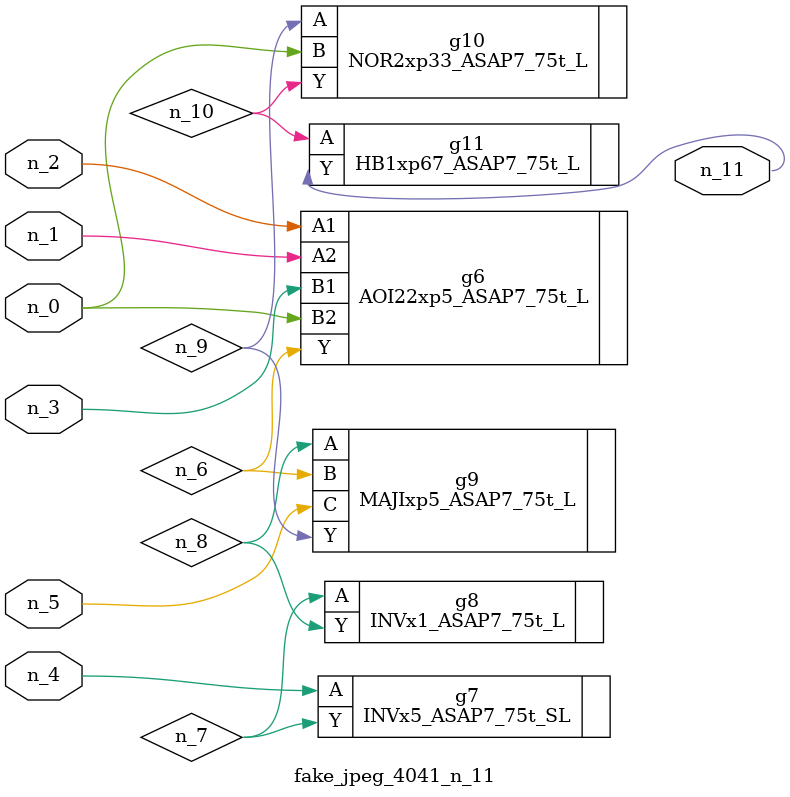
<source format=v>
module fake_jpeg_4041_n_11 (n_3, n_2, n_1, n_0, n_4, n_5, n_11);

input n_3;
input n_2;
input n_1;
input n_0;
input n_4;
input n_5;

output n_11;

wire n_10;
wire n_8;
wire n_9;
wire n_6;
wire n_7;

AOI22xp5_ASAP7_75t_L g6 ( 
.A1(n_2),
.A2(n_1),
.B1(n_3),
.B2(n_0),
.Y(n_6)
);

INVx5_ASAP7_75t_SL g7 ( 
.A(n_4),
.Y(n_7)
);

INVx1_ASAP7_75t_L g8 ( 
.A(n_7),
.Y(n_8)
);

MAJIxp5_ASAP7_75t_L g9 ( 
.A(n_8),
.B(n_6),
.C(n_5),
.Y(n_9)
);

NOR2xp33_ASAP7_75t_L g10 ( 
.A(n_9),
.B(n_0),
.Y(n_10)
);

HB1xp67_ASAP7_75t_L g11 ( 
.A(n_10),
.Y(n_11)
);


endmodule
</source>
